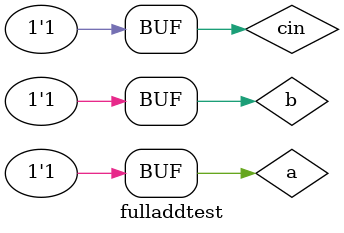
<source format=v>

module fulladdtest;

	// Inputs
	reg a;
	reg b;
	reg cin;

	// Outputs
	wire s;
	wire co;

	// Instantiate the Unit Under Test (UUT)
	fulladd uut (
		.a(a), 
		.b(b), 
		.cin(cin), 
		.s(s), 
		.co(co)
	);

	initial begin
		// Initialize Inputs
		a = 0;
		b = 0;
		cin = 0;

		// Wait 100 ns for global reset to finish
		#100;a=1'b0;b=1'b0;cin=1'b0;
		#100;a=1'b0;b=1'b0;cin=1'b1;
		#100;a=1'b0;b=1'b1;cin=1'b0;
		#100;a=1'b0;b=1'b1;cin=1'b1;
		#100;a=1'b1;b=1'b0;cin=1'b0;
		#100;a=1'b1;b=1'b0;cin=1'b1;
		#100;a=1'b1;b=1'b1;cin=1'b0;
		#100;a=1'b1;b=1'b1;cin=1'b1;
        
		// Add stimulus here

	end
      
endmodule


</source>
